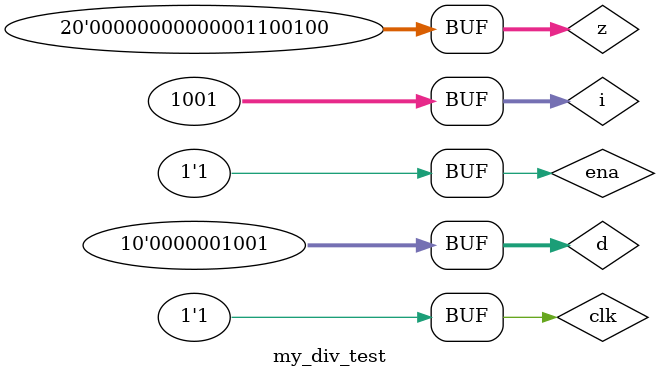
<source format=v>
`timescale 1ns / 1ps


module my_div_test;

	// Inputs
	reg clk;
	reg ena;
	reg [19:0] z;
	reg [9:0] d;

	// Outputs
	wire [19:0] q;
	wire [19:0] s;

	// Instantiate the Unit Under Test (UUT)
	my_div uut (
		.clk(clk), 
		.dividend(z), 
		.divisor(d), 
		.quotient(q), 
		.fractional(s)
	);

	integer i;
	initial begin
		// Initialize Inputs
		clk = 0;
		ena = 1;
		z = 0;
		d = 0;

		// Wait 100 ns for global reset to finish
		#100;
      for(i=0;i<=1000;i=i+1)begin
			clk = ~clk;
			if(i==100)begin
				z = -20'd17;
				d = 10'd3;
			end
			if(i==150)begin
				z = 20'd57;
				d = 10'd6;
			end
			if(i==180)begin
				z = 20'd100;
				d = 10'd9;
			end
			#5;
			
		end
		// Add stimulus here

	end
      
endmodule


</source>
